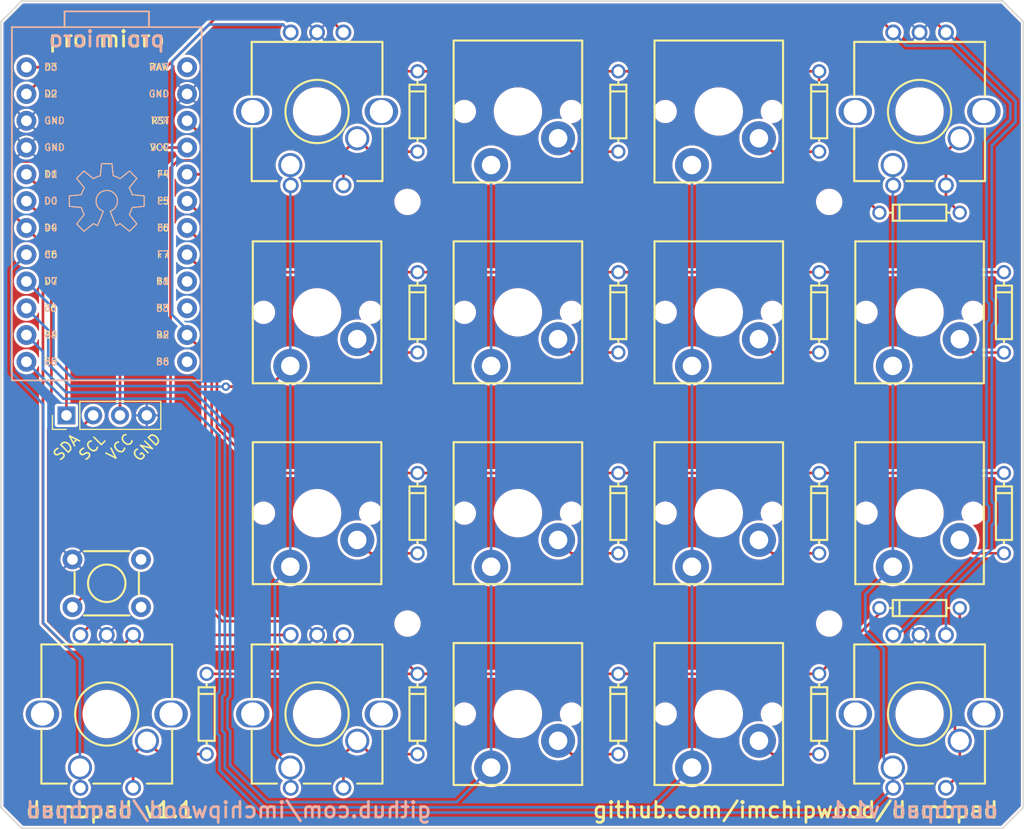
<source format=kicad_pcb>
(kicad_pcb (version 20210925) (generator pcbnew)
  (layers (0 "F.Cu" signal) (31 "B.Cu" signal) (34 "B.Paste" user) (35 "F.Paste" user) (36 "B.SilkS" user "B.Silkscreen") (37 "F.SilkS" user "F.Silkscreen") (38 "B.Mask" user) (39 "F.Mask" user) (44 "Edge.Cuts" user))
  (net 0 "")
  (net 1 "VCC")
  (net 2 "GND")
  (net 3 "ROW3")
  (net 4 "ROW2")
  (net 5 "ROW1")
  (net 6 "ROW0")
  (net 7 "RESET")
  (net 8 "RAW")
  (net 9 "N$9")
  (net 10 "N$8")
  (net 11 "N$7")
  (net 12 "N$6")
  (net 13 "N$4")
  (net 14 "N$3")
  (net 15 "N$20")
  (net 16 "N$2")
  (net 17 "N$19")
  (net 18 "N$18")
  (net 19 "N$17")
  (net 20 "N$16")
  (net 21 "N$14")
  (net 22 "N$13")
  (net 23 "N$12")
  (net 24 "N$11")
  (net 25 "N$1")
  (net 26 "LED2")
  (net 27 "LED1")
  (net 28 "LED0")
  (net 29 "ENCODER1_L1")
  (net 30 "ENCODER1_L0")
  (net 31 "ENCODER0_L1")
  (net 32 "ENCODER0_L0")
  (net 33 "COL4")
  (net 34 "COL3")
  (net 35 "COL2")
  (net 36 "COL1")
  (net 37 "COL0")
  (net 38 "SDA")
  (net 39 "SCL")
  (footprint "dumbpad:CHERRY-MX-LED" (layer "F.Cu") (at 149.0511 76.2536 180)
    (fp_text reference "S2" hide)
    (fp_text value "MOMENTARY-SWITCH-SPST-LED-PTH-CHERRY" hide)
  )
  (footprint "dumbpad:CHERRY-MX-LED" (layer "F.Cu") (at 149.0511 133.4036 180)
    (fp_text reference "S14" hide)
    (fp_text value "MOMENTARY-SWITCH-SPST-LED-PTH-CHERRY" hide)
  )
  (footprint "dumbpad:CHERRY-MX-LED" (layer "F.Cu") (at 168.1011 114.3536 180)
    (fp_text reference "S11" hide)
    (fp_text value "MOMENTARY-SWITCH-SPST-LED-PTH-CHERRY" hide)
  )
  (footprint "dumbpad:DO-1N4148" (layer "F.Cu") (at 139.5261 133.4036 90)
    (fp_text reference "D13" hide)
    (fp_text value "" hide)
  )
  (footprint "dumbpad:CHERRY-MX-LED" (layer "F.Cu") (at 149.0511 114.3536 180)
    (fp_text reference "S10" hide)
    (fp_text value "MOMENTARY-SWITCH-SPST-LED-PTH-CHERRY" hide)
  )
  (footprint "dumbpad:DO-1N4148" (layer "F.Cu") (at 177.6261 95.3036 90)
    (fp_text reference "D7" hide)
    (fp_text value "" hide)
  )
  (footprint "dumbpad:SPARKFUN_PRO_MICRO" (layer "F.Cu") (at 110.0511 84.7536)
    (fp_text reference "B1" hide)
    (fp_text value "SPARKFUN_PRO_MICRO" hide)
  )
  (footprint "dumbpad:DO-1N4148" (layer "F.Cu") (at 195.1511 95.3036 90)
    (fp_text reference "D8" hide)
    (fp_text value "" hide)
  )
  (footprint "dumbpad:CHERRY-MX-ENCODER" (layer "F.Cu") (at 187.1511 133.4036)
    (fp_text reference "RE_3_4" hide)
    (fp_text value "Val**" hide)
  )
  (footprint "dumbpad:DO-1N4148" (layer "F.Cu") (at 158.5761 95.3036 90)
    (fp_text reference "D6" hide)
    (fp_text value "" hide)
  )
  (footprint "dumbpad:CHERRY-MX-ENCODER" (layer "F.Cu") (at 187.1511 76.2536)
    (fp_text reference "RE_0_4" hide)
    (fp_text value "Val**" hide)
  )
  (footprint "dumbpad:CHERRY-MX-LED" (layer "F.Cu") (at 168.1011 133.4036 180)
    (fp_text reference "S15" hide)
    (fp_text value "MOMENTARY-SWITCH-SPST-LED-PTH-CHERRY" hide)
  )
  (footprint "Connector_PinHeader_2.54mm:PinHeader_1x04_P2.54mm_Vertical" (layer "F.Cu") (at 106.226699 105.078699 90)
    (fp_text reference "JOLED1" hide)
    (fp_text value "Conn_01x04")
  )
  (footprint "dumbpad:DO-1N4148" (layer "F.Cu") (at 158.5761 114.3536 90)
    (fp_text reference "D10" hide)
    (fp_text value "" hide)
  )
  (footprint "" (layer "F.Cu") (at 138.5761 84.8286)
    (fp_text reference "@HOLE0" hide)
    (fp_text value "")
  )
  (footprint "dumbpad:DO-1N4148" (layer "F.Cu") (at 177.6261 133.4036 90)
    (fp_text reference "D15" hide)
    (fp_text value "" hide)
  )
  (footprint "dumbpad:CHERRY-MX-ENCODER" (layer "F.Cu") (at 130.0011 133.4036)
    (fp_text reference "RE_3_1" hide)
    (fp_text value "Val**" hide)
  )
  (footprint "dumbpad:OSHW-LOGO-L" (layer "F.Cu") (at 110.0511 84.7536)
    (fp_text reference "LOGO2" hide)
    (fp_text value "OSHW-LOGOL" hide)
  )
  (footprint "dumbpad:DO-1N4148" (layer "F.Cu") (at 158.5761 76.2536 90)
    (fp_text reference "D2" hide)
    (fp_text value "" hide)
  )
  (footprint "" (layer "F.Cu") (at 178.5761 124.8286)
    (fp_text reference "@HOLE2" hide)
    (fp_text value "")
  )
  (footprint "dumbpad:CHERRY-MX-LED" (layer "F.Cu") (at 130.0011 95.3036 180)
    (fp_text reference "S5" hide)
    (fp_text value "MOMENTARY-SWITCH-SPST-LED-PTH-CHERRY" hide)
  )
  (footprint "dumbpad:TACTILE_SWITCH_PTH_6.0MM" (layer "F.Cu") (at 110.0511 121.0036)
    (fp_text reference "S17" hide)
    (fp_text value "MOMENTARY-SWITCH-SPST-PTH-6.0MM" hide)
  )
  (footprint "dumbpad:CHERRY-MX-LED" (layer "F.Cu") (at 187.1511 95.3036 180)
    (fp_text reference "S8" hide)
    (fp_text value "MOMENTARY-SWITCH-SPST-LED-PTH-CHERRY" hide)
  )
  (footprint "dumbpad:DO-1N4148" (layer "F.Cu") (at 139.5261 114.3536 90)
    (fp_text reference "D9" hide)
    (fp_text value "" hide)
  )
  (footprint "dumbpad:DO-1N4148" (layer "F.Cu") (at 139.5261 95.3036 90)
    (fp_text reference "D5" hide)
    (fp_text value "" hide)
  )
  (footprint "dumbpad:CHERRY-MX-LED" (layer "F.Cu") (at 130.0011 114.3536 180)
    (fp_text reference "S9" hide)
    (fp_text value "MOMENTARY-SWITCH-SPST-LED-PTH-CHERRY" hide)
  )
  (footprint "dumbpad:CHERRY-MX-LED" (layer "F.Cu") (at 149.0511 95.3036 180)
    (fp_text reference "S6" hide)
    (fp_text value "MOMENTARY-SWITCH-SPST-LED-PTH-CHERRY" hide)
  )
  (footprint "dumbpad:DO-1N4148" (layer "F.Cu") (at 187.1511 85.8536 180)
    (fp_text reference "D4" hide)
    (fp_text value "" hide)
  )
  (footprint "dumbpad:CHERRY-MX-LED" (layer "F.Cu") (at 168.1011 76.2536 180)
    (fp_text reference "S3" hide)
    (fp_text value "MOMENTARY-SWITCH-SPST-LED-PTH-CHERRY" hide)
  )
  (footprint "dumbpad:DO-1N4148" (layer "F.Cu") (at 187.1511 123.3536 180)
    (fp_text reference "D16" hide)
    (fp_text value "" hide)
  )
  (footprint "dumbpad:DO-1N4148" (layer "F.Cu") (at 139.5261 76.2536 90)
    (fp_text reference "D1" hide)
    (fp_text value "" hide)
  )
  (footprint "" (layer "F.Cu") (at 178.5761 84.8286)
    (fp_text reference "@HOLE3" hide)
    (fp_text value "")
  )
  (footprint "dumbpad:DO-1N4148" (layer "F.Cu") (at 195.1511 114.3536 90)
    (fp_text reference "D12" hide)
    (fp_text value "" hide)
  )
  (footprint "dumbpad:CHERRY-MX-ENCODER" (layer "F.Cu") (at 110.0511 133.4036)
    (fp_text reference "RE_3_0" hide)
    (fp_text value "Val**" hide)
  )
  (footprint "dumbpad:DO-1N4148" (layer "F.Cu") (at 119.5261 133.4036 90)
    (fp_text reference "D20" hide)
    (fp_text value "" hide)
  )
  (footprint "dumbpad:CHERRY-MX-LED" (layer "F.Cu") (at 187.1511 114.3536 180)
    (fp_text reference "S12" hide)
    (fp_text value "MOMENTARY-SWITCH-SPST-LED-PTH-CHERRY" hide)
  )
  (footprint "dumbpad:DO-1N4148" (layer "F.Cu") (at 158.5761 133.4036 90)
    (fp_text reference "D14" hide)
    (fp_text value "" hide)
  )
  (footprint "dumbpad:DO-1N4148" (layer "F.Cu") (at 177.6261 114.3536 90)
    (fp_text reference "D11" hide)
    (fp_text value "" hide)
  )
  (footprint "dumbpad:CHERRY-MX-ENCODER" (layer "F.Cu") (at 130.0011 76.2536)
    (fp_text reference "RE_0_1" hide)
    (fp_text value "Val**" hide)
  )
  (footprint "" (layer "F.Cu") (at 138.5761 124.8286)
    (fp_text reference "@HOLE1" hide)
    (fp_text value "")
  )
  (footprint "dumbpad:CHERRY-MX-LED" (layer "F.Cu") (at 168.1011 95.3036 180)
    (fp_text reference "S7" hide)
    (fp_text value "MOMENTARY-SWITCH-SPST-LED-PTH-CHERRY" hide)
  )
  (footprint "dumbpad:DO-1N4148" (layer "F.Cu") (at 177.6261 76.2536 90)
    (fp_text reference "D3" hide)
    (fp_text value "" hide)
  )
  (footprint "dumbpad:OSHW-LOGO-L" (layer "B.Cu") (at 110.0511 84.7536 180)
    (fp_text reference "LOGO1" hide)
    (fp_text value "OSHW-LOGOL" hide)
  )
  (gr_line (start 101.0511 101.7536) (end 101.0511 68.2536) (layer "B.SilkS") (width 0.1524))
  (gr_line (start 119.0511 68.2536) (end 119.0511 101.7536) (layer "B.SilkS") (width 0.1524))
  (gr_line (start 106.0511 66.7536) (end 114.0511 66.7536) (layer "B.SilkS") (width 0.1524))
  (gr_line (start 114.0511 68.2536) (end 119.0511 68.2536) (layer "B.SilkS") (width 0.1524))
  (gr_line (start 106.0511 68.2536) (end 114.0511 68.2536) (layer "B.SilkS") (width 0.1524))
  (gr_line (start 119.0511 101.7536) (end 101.0511 101.7536) (layer "B.SilkS") (width 0.1524))
  (gr_line (start 106.0511 68.2536) (end 106.0511 66.7536) (layer "B.SilkS") (width 0.1524))
  (gr_line (start 114.0511 66.7536) (end 114.0511 68.2536) (layer "B.SilkS") (width 0.1524))
  (gr_line (start 101.0511 68.2536) (end 106.0511 68.2536) (layer "B.SilkS") (width 0.1524))
  (gr_line (start 119.0511 101.7536) (end 101.0511 101.7536) (layer "F.SilkS") (width 0.1524))
  (gr_line (start 101.0511 101.7536) (end 101.0511 68.2536) (layer "F.SilkS") (width 0.1524))
  (gr_line (start 106.0511 68.2536) (end 106.0511 66.7536) (layer "F.SilkS") (width 0.1524))
  (gr_line (start 119.0511 68.2536) (end 119.0511 101.7536) (layer "F.SilkS") (width 0.1524))
  (gr_line (start 106.0511 68.2536) (end 114.0511 68.2536) (layer "F.SilkS") (width 0.1524))
  (gr_line (start 114.0511 66.7536) (end 114.0511 68.2536) (layer "F.SilkS") (width 0.1524))
  (gr_line (start 106.0511 66.7536) (end 114.0511 66.7536) (layer "F.SilkS") (width 0.1524))
  (gr_line (start 114.0511 68.2536) (end 119.0511 68.2536) (layer "F.SilkS") (width 0.1524))
  (gr_line (start 101.0511 68.2536) (end 106.0511 68.2536) (layer "F.SilkS") (width 0.1524))
  (gr_line (start 102.0011 65.7536) (end 100.0011 67.7536) (layer "Edge.Cuts") (width 0.1524))
  (gr_line (start 100.0011 142.2536) (end 102.0011 144.2536) (layer "Edge.Cuts") (width 0.1524))
  (gr_line (start 197.0011 67.7536) (end 195.0011 65.7536) (layer "Edge.Cuts") (width 0.1524))
  (gr_line (start 195.0011 144.2536) (end 197.0011 142.2536) (layer "Edge.Cuts") (width 0.1524))
  (gr_line (start 197.0011 142.2536) (end 197.0011 67.7536) (layer "Edge.Cuts") (width 0.1524))
  (gr_line (start 102.0011 144.2536) (end 195.0011 144.2536) (layer "Edge.Cuts") (width 0.1524))
  (gr_line (start 195.0011 65.7536) (end 102.0011 65.7536) (layer "Edge.Cuts") (width 0.1524))
  (gr_line (start 100.0011 67.7536) (end 100.0011 142.2536) (layer "Edge.Cuts") (width 0.1524))
  (gr_text "B6" (at 116.0511 99.9836) (layer "B.SilkS") (effects (font (size 0.6375 0.6375) (thickness 0.1125)) (justify left mirror)))
  (gr_text "F7" (at 116.0511 89.8236) (layer "B.SilkS") (effects (font (size 0.6375 0.6375) (thickness 0.1125)) (justify left mirror)))
  (gr_text "pro micro" (at 110.0511 70.2536) (layer "B.SilkS") (effects (font (size 1.4875 1.4875) (thickness 0.2625)) (justify bottom mirror)))
  (gr_text "RST" (at 116.0511 77.1236) (layer "B.SilkS") (effects (font (size 0.6375 0.6375) (thickness 0.1125)) (justify left mirror)))
  (gr_text "F6" (at 116.0511 87.2836) (layer "B.SilkS") (effects (font (size 0.6375 0.6375) (thickness 0.1125)) (justify left mirror)))
  (gr_text "F4" (at 116.0511 82.2036) (layer "B.SilkS") (effects (font (size 0.6375 0.6375) (thickness 0.1125)) (justify left mirror)))
  (gr_text "GND" (at 116.0511 74.5836) (layer "B.SilkS") (effects (font (size 0.6375 0.6375) (thickness 0.1125)) (justify left mirror)))
  (gr_text "B3" (at 116.0511 94.9036) (layer "B.SilkS") (effects (font (size 0.6375 0.6375) (thickness 0.1125)) (justify left mirror)))
  (gr_text "B5" (at 104.0511 99.9836) (layer "B.SilkS") (effects (font (size 0.6375 0.6375) (thickness 0.1125)) (justify right mirror)))
  (gr_text "B4" (at 104.0511 97.4436) (layer "B.SilkS") (effects (font (size 0.6375 0.6375) (thickness 0.1125)) (justify right mirror)))
  (gr_text "D4" (at 104.0511 87.2836) (layer "B.SilkS") (effects (font (size 0.6375 0.6375) (thickness 0.1125)) (justify right mirror)))
  (gr_text "F5" (at 116.0511 84.7436) (layer "B.SilkS") (effects (font (size 0.6375 0.6375) (thickness 0.1125)) (justify left mirror)))
  (gr_text "RAW" (at 116.0511 72.0436) (layer "B.SilkS") (effects (font (size 0.6375 0.6375) (thickness 0.1125)) (justify left mirror)))
  (gr_text "D7" (at 104.0511 92.3636) (layer "B.SilkS") (effects (font (size 0.6375 0.6375) (thickness 0.1125)) (justify right mirror)))
  (gr_text "D1" (at 104.0511 82.2036) (layer "B.SilkS") (effects (font (size 0.6375 0.6375) (thickness 0.1125)) (justify right mirror)))
  (gr_text "VCC" (at 116.0511 79.6636) (layer "B.SilkS") (effects (font (size 0.6375 0.6375) (thickness 0.1125)) (justify left mirror)))
  (gr_text "C6" (at 104.0511 89.8236) (layer "B.SilkS") (effects (font (size 0.6375 0.6375) (thickness 0.1125)) (justify right mirror)))
  (gr_text "GND" (at 104.0511 79.6636) (layer "B.SilkS") (effects (font (size 0.6375 0.6375) (thickness 0.1125)) (justify right mirror)))
  (gr_text "B1" (at 116.0511 92.3636) (layer "B.SilkS") (effects (font (size 0.6375 0.6375) (thickness 0.1125)) (justify left mirror)))
  (gr_text "D2" (at 104.0511 74.5836) (layer "B.SilkS") (effects (font (size 0.6375 0.6375) (thickness 0.1125)) (justify right mirror)))
  (gr_text "D0" (at 104.0511 84.7436) (layer "B.SilkS") (effects (font (size 0.6375 0.6375) (thickness 0.1125)) (justify right mirror)))
  (gr_text "B2" (at 116.0511 97.4436) (layer "B.SilkS") (effects (font (size 0.6375 0.6375) (thickness 0.1125)) (justify left mirror)))
  (gr_text "dumbpad v1.1" (at 194.7511 143.3786) (layer "B.SilkS") (effects (font (size 1.4875 1.4875) (thickness 0.2625)) (justify left bottom mirror)))
  (gr_text "GND" (at 104.0511 77.1236) (layer "B.SilkS") (effects (font (size 0.6375 0.6375) (thickness 0.1125)) (justify right mirror)))
  (gr_text "D3" (at 104.0511 72.0436) (layer "B.SilkS") (effects (font (size 0.6375 0.6375) (thickness 0.1125)) (justify right mirror)))
  (gr_text "github.com/imchipwood/dumbpad" (at 102.2511 143.3786) (layer "B.SilkS") (effects (font (size 1.4875 1.4875) (thickness 0.2625)) (justify right bottom mirror)))
  (gr_text "E6" (at 104.0511 94.9036) (layer "B.SilkS") (effects (font (size 0.6375 0.6375) (thickness 0.1125)) (justify right mirror)))
  (gr_text "VCC" (at 116.0511 79.6636) (layer "F.SilkS") (effects (font (size 0.6375 0.6375) (thickness 0.1125)) (justify right)))
  (gr_text "B4" (at 104.0511 97.4436) (layer "F.SilkS") (effects (font (size 0.6375 0.6375) (thickness 0.1125)) (justify left)))
  (gr_text "D7" (at 104.0511 92.3636) (layer "F.SilkS") (effects (font (size 0.6375 0.6375) (thickness 0.1125)) (justify left)))
  (gr_text "github.com/imchipwood/dumbpad" (at 194.7511 143.3786) (layer "F.SilkS") (effects (font (size 1.4875 1.4875) (thickness 0.2625)) (justify right bottom)))
  (gr_text "F4" (at 116.0511 82.2036) (layer "F.SilkS") (effects (font (size 0.6375 0.6375) (thickness 0.1125)) (justify right)))
  (gr_text "GND" (at 104.0511 79.6636) (layer "F.SilkS") (effects (font (size 0.6375 0.6375) (thickness 0.1125)) (justify left)))
  (gr_text "B5" (at 104.0511 99.9836) (layer "F.SilkS") (effects (font (size 0.6375 0.6375) (thickness 0.1125)) (justify left)))
  (gr_text "F6" (at 116.0511 87.2836) (layer "F.SilkS") (effects (font (size 0.6375 0.6375) (thickness 0.1125)) (justify right)))
  (gr_text "B3" (at 116.0511 94.9036) (layer "F.SilkS") (effects (font (size 0.6375 0.6375) (thickness 0.1125)) (justify right)))
  (gr_text "B2" (at 116.0511 97.4436) (layer "F.SilkS") (effects (font (size 0.6375 0.6375) (thickness 0.1125)) (justify right)))
  (gr_text "GND" (at 116.0511 74.5836) (layer "F.SilkS") (effects (font (size 0.6375 0.6375) (thickness 0.1125)) (justify right)))
  (gr_text "GND" (at 104.0511 77.1236) (layer "F.SilkS") (effects (font (size 0.6375 0.6375) (thickness 0.1125)) (justify left)))
  (gr_text "D4" (at 104.0511 87.2836) (layer "F.SilkS") (effects (font (size 0.6375 0.6375) (thickness 0.1125)) (justify left)))
  (gr_text "pro micro" (at 110.0511 70.2536) (layer "F.SilkS") (effects (font (size 1.4875 1.4875) (thickness 0.2625)) (justify bottom)))
  (gr_text "RAW" (at 116.0511 72.0436) (layer "F.SilkS") (effects (font (size 0.6375 0.6375) (thickness 0.1125)) (justify right)))
  (gr_text "E6" (at 104.0511 94.9036) (layer "F.SilkS") (effects (font (size 0.6375 0.6375) (thickness 0.1125)) (justify left)))
  (gr_text "VCC" (at 111.306699 108.1 45) (layer "F.SilkS") (effects (font (size 1 1))))
  (gr_text "D0" (at 104.0511 84.7436) (layer "F.SilkS") (effects (font (size 0.6375 0.6375) (thickness 0.1125)) (justify left)))
  (gr_text "GND" (at 113.846699 108.1 45) (layer "F.SilkS") (effects (font (size 1 1))))
  (gr_text "SDA" (at 106.226699 108.1 45) (layer "F.SilkS") (effects (font (size 1 1))))
  (gr_text "C6" (at 104.0511 89.8236) (layer "F.SilkS") (effects (font (size 0.6375 0.6375) (thickness 0.1125)) (justify left)))
  (gr_text "B6" (at 116.0511 99.9836) (layer "F.SilkS") (effects (font (size 0.6375 0.6375) (thickness 0.1125)) (justify right)))
  (gr_text "D2" (at 104.0511 74.5836) (layer "F.SilkS") (effects (font (size 0.6375 0.6375) (thickness 0.1125)) (justify left)))
  (gr_text "F7" (at 116.0511 89.8236) (layer "F.SilkS") (effects (font (size 0.6375 0.6375) (thickness 0.1125)) (justify right)))
  (gr_text "B1" (at 116.0511 92.3636) (layer "F.SilkS") (effects (font (size 0.6375 0.6375) (thickness 0.1125)) (justify right)))
  (gr_text "F5" (at 116.0511 84.7436) (layer "F.SilkS") (effects (font (size 0.6375 0.6375) (thickness 0.1125)) (justify right)))
  (gr_text "dumbpad v1.1" (at 102.2511 143.3786) (layer "F.SilkS") (effects (font (size 1.4875 1.4875) (thickness 0.2625)) (justify left bottom)))
  (gr_text "D3" (at 104.0511 72.0436) (layer "F.SilkS") (effects (font (size 0.6375 0.6375) (thickness 0.1125)) (justify left)))
  (gr_text "D1" (at 104.0511 82.2036) (layer "F.SilkS") (effects (font (size 0.6375 0.6375) (thickness 0.1125)) (justify left)))
  (gr_text "SCL" (at 108.639699 108.1 45) (layer "F.SilkS") (effects (font (size 1 1))))
  (gr_text "RST" (at 116.0511 77.1236) (layer "F.SilkS") (effects (font (size 0.6375 0.6375) (thickness 0.1125)) (justify right)))
  (segment (start 111.306699 83.193301) (end 114.8264 79.6736) (width 0.25) (layer "F.Cu") (net 1))
  (segment (start 114.8264 79.6736) (end 117.6711 79.6736) (width 0.25) (layer "F.Cu") (net 1))
  (segment (start 111.306699 105.078699) (end 111.306699 83.193301) (width 0.25) (layer "F.Cu") (net 1))
  (segment (start 121 124.6) (end 134.5325 124.6) (width 0.25) (layer "F.Cu") (net 3))
  (segment (start 139.5261 129.5936) (end 119.5261 129.5936) (width 0.25) (layer "F.Cu") (net 3))
  (segment (start 117.6711 89.8336) (end 120.0011 92.1636) (width 0.25) (layer "F.Cu") (net 3))
  (segment (start 120.0011 123.6011) (end 121 124.6) (width 0.25) (layer "F.Cu") (net 3))
  (segment (start 177.6261 129.5936) (end 158.5761 129.5936) (width 0.25) (layer "F.Cu") (net 3))
  (segment (start 139.5261 129.5936) (end 158.5761 129.5936) (width 0.25) (layer "F.Cu") (net 3))
  (segment (start 134.5325 124.6) (end 139.5261 129.5936) (width 0.25) (layer "F.Cu") (net 3))
  (segment (start 183.3411 123.3536) (end 183.3411 123.8786) (width 0.25) (layer "F.Cu") (net 3))
  (segment (start 183.3411 123.8786) (end 177.6261 129.5936) (width 0.25) (layer "F.Cu") (net 3))
  (segment (start 120.0011 92.1636) (end 120.0011 123.6011) (width 0.25) (layer "F.Cu") (net 3))
  (segment (start 124.7911 110.5436) (end 120.5011 106.2536) (width 0.25) (layer "F.Cu") (net 4))
  (segment (start 120.5011 106.2536) (end 120.5011 90.1236) (width 0.25) (layer "F.Cu") (net 4))
  (segment (start 195.1511 110.5436) (end 177.6261 110.5436) (width 0.25) (layer "F.Cu") (net 4))
  (segment (start 120.5011 90.1236) (end 117.6711 87.2936) (width 0.25) (layer "F.Cu") (net 4))
  (segment (start 139.5261 110.5436) (end 124.7911 110.5436) (width 0.25) (layer "F.Cu") (net 4))
  (segment (start 158.5761 110.5436) (end 139.5261 110.5436) (width 0.25) (layer "F.Cu") (net 4))
  (segment (start 177.6261 110.5436) (end 158.5761 110.5436) (width 0.25) (layer "F.Cu") (net 4))
  (segment (start 139.5261 91.4936) (end 124.4111 91.4936) (width 0.25) (layer "F.Cu") (net 5))
  (segment (start 195.1511 91.4936) (end 177.6261 91.4936) (width 0.25) (layer "F.Cu") (net 5))
  (segment (start 124.4111 91.4936) (end 117.6711 84.7536) (width 0.25) (layer "F.Cu") (net 5))
  (segment (start 177.6261 91.4936) (end 158.5761 91.4936) (width 0.25) (layer "F.Cu") (net 5))
  (segment (start 158.5761 91.4936) (end 139.5261 91.4936) (width 0.25) (layer "F.Cu") (net 5))
  (segment (start 118.9864 82.2136) (end 119.6 81.6) (width 0.25) (layer "F.Cu") (net 6))
  (segment (start 177.6261 77.1286) (end 179.2511 78.7536) (width 0.25) (layer "F.Cu") (net 6))
  (segment (start 119.6 81.6) (end 119.6 75.9047) (width 0.25) (layer "F.Cu") (net 6))
  (segment (start 117.6711 82.2136) (end 118.9864 82.2136) (width 0.25) (layer "F.Cu") (net 6))
  (segment (start 183.3411 85.8536) (end 179.2511 81.7636) (width 0.25) (layer "F.Cu") (net 6))
  (segment (start 179.2511 78.7536) (end 179.2511 81.7636) (width 0.25) (layer "F.Cu") (net 6))
  (segment (start 119.6 75.9047) (end 123.0611 72.4436) (width 0.25) (layer "F.Cu") (net 6))
  (segment (start 158.5761 72.4436) (end 139.5261 72.4436) (width 0.25) (layer "F.Cu") (net 6))
  (segment (start 177.6261 72.4436) (end 158.5761 72.4436) (width 0.25) (layer "F.Cu") (net 6))
  (segment (start 123.0611 72.4436) (end 139.5261 72.4436) (width 0.25) (layer "F.Cu") (net 6))
  (segment (start 177.6261 72.4436) (end 177.6261 77.1286) (width 0.25) (layer "F.Cu") (net 6))
  (segment (start 118.4 80.9) (end 119 80.3) (width 0.25) (layer "F.Cu") (net 7))
  (segment (start 108.9 121.1641) (end 108.9 117.5) (width 0.25) (layer "F.Cu") (net 7))
  (segment (start 119 80.3) (end 119 78.4625) (width 0.25) (layer "F.Cu") (net 7))
  (segment (start 116.1 110.3) (end 116.1 81.6) (width 0.25) (layer "F.Cu") (net 7))
  (segment (start 116.8 80.9) (end 118.4 80.9) (width 0.25) (layer "F.Cu") (net 7))
  (segment (start 119 78.4625) (end 117.6711 77.1336) (width 0.25) (layer "F.Cu") (net 7))
  (segment (start 108.9 117.5) (end 116.1 110.3) (width 0.25) (layer "F.Cu") (net 7))
  (segment (start 116.1 81.6) (end 116.8 80.9) (width 0.25) (layer "F.Cu") (net 7))
  (segment (start 106.7999 123.2642) (end 108.9 121.1641) (width 0.25) (layer "F.Cu") (net 7))
  (segment (start 135.0811 99.1136) (end 139.5261 99.1136) (width 0.25) (layer "F.Cu") (net 9))
  (segment (start 133.8111 97.8436) (end 135.0811 99.1136) (width 0.25) (layer "F.Cu") (net 9))
  (segment (start 152.8611 97.8436) (end 154.1311 99.1136) (width 0.25) (layer "F.Cu") (net 10))
  (segment (start 154.1311 99.1136) (end 158.5761 99.1136) (width 0.25) (layer "F.Cu") (net 10))
  (segment (start 173.1811 99.1136) (end 177.6261 99.1136) (width 0.25) (layer "F.Cu") (net 11))
  (segment (start 171.9111 97.8436) (end 173.1811 99.1136) (width 0.25) (layer "F.Cu") (net 11))
  (segment (start 192.2311 99.1136) (end 195.1511 99.1136) (width 0.25) (layer "F.Cu") (net 12))
  (segment (start 190.9611 97.8436) (end 192.2311 99.1136) (width 0.25) (layer "F.Cu") (net 12))
  (segment (start 139.5261 80.0636) (end 135.0811 80.0636) (width 0.25) (layer "F.Cu") (net 13))
  (segment (start 133.8111 78.7936) (end 132.5011 80.1036) (width 0.25) (layer "F.Cu") (net 13))
  (segment (start 132.5011 80.1036) (end 132.5011 83.2536) (width 0.25) (layer "F.Cu") (net 13))
  (segment (start 135.0811 80.0636) (end 133.8111 78.7936) (width 0.25) (layer "F.Cu") (net 13))
  (segment (start 152.8611 78.7936) (end 154.1311 80.0636) (width 0.25) (layer "F.Cu") (net 14))
  (segment (start 154.1311 80.0636) (end 158.5761 80.0636) (width 0.25) (layer "F.Cu") (net 14))
  (segment (start 113.8611 135.9436) (end 112.5511 137.2536) (width 0.25) (layer "F.Cu") (net 15))
  (segment (start 119.5261 137.2136) (end 115.1311 137.2136) (width 0.25) (layer "F.Cu") (net 15))
  (segment (start 112.5511 137.2536) (end 112.5511 140.4036) (width 0.25) (layer "F.Cu") (net 15))
  (segment (start 115.1311 137.2136) (end 113.8611 135.9436) (width 0.25) (layer "F.Cu") (net 15))
  (segment (start 171.9111 78.7936) (end 173.1811 80.0636) (width 0.25) (layer "F.Cu") (net 16))
  (segment (start 173.1811 80.0636) (end 177.6261 80.0636) (width 0.25) (layer "F.Cu") (net 16))
  (segment (start 133.8111 116.8936) (end 135.0811 118.1636) (width 0.25) (layer "F.Cu") (net 17))
  (segment (start 135.0811 118.1636) (end 139.5261 118.1636) (width 0.25) (layer "F.Cu") (net 17))
  (segment (start 152.8611 116.8936) (end 154.1311 118.1636) (width 0.25) (layer "F.Cu") (net 18))
  (segment (start 154.1311 118.1636) (end 158.5761 118.1636) (width 0.25) (layer "F.Cu") (net 18))
  (segment (start 173.1811 118.1636) (end 177.6261 118.1636) (width 0.25) (layer "F.Cu") (net 19))
  (segment (start 171.9111 116.8936) (end 173.1811 118.1636) (width 0.25) (layer "F.Cu") (net 19))
  (segment (start 192.2311 118.1636) (end 195.1511 118.1636) (width 0.25) (layer "F.Cu") (net 20))
  (segment (start 190.9611 116.8936) (end 192.2311 118.1636) (width 0.25) (layer "F.Cu") (net 20))
  (segment (start 135.0811 137.2136) (end 133.8111 135.9436) (width 0.25) (layer "F.Cu") (net 21))
  (segment (start 133.8111 135.9436) (end 132.5011 137.2536) (width 0.25) (layer "F.Cu") (net 21))
  (segment (start 132.5011 137.2536) (end 132.5011 140.4036) (width 0.25) (layer "F.Cu") (net 21))
  (segment (start 139.5261 137.2136) (end 135.0811 137.2136) (width 0.25) (layer "F.Cu") (net 21))
  (segment (start 154.1311 137.2136) (end 158.5761 137.2136) (width 0.25) (layer "F.Cu") (net 22))
  (segment (start 152.8611 135.9436) (end 154.1311 137.2136) (width 0.25) (layer "F.Cu") (net 22))
  (segment (start 173.1811 137.2136) (end 177.6261 137.2136) (width 0.25) (layer "F.Cu") (net 23))
  (segment (start 171.9111 135.9436) (end 173.1811 137.2136) (width 0.25) (layer "F.Cu") (net 23))
  (segment (start 190.9611 127.2936) (end 190.5011 127.7536) (width 0.25) (layer "F.Cu") (net 24))
  (segment (start 190.9611 135.9436) (end 190.9611 139.0936) (width 0.25) (layer "F.Cu") (net 24))
  (segment (start 190.9611 139.0936) (end 189.6511 140.4036) (width 0.25) (layer "F.Cu") (net 24))
  (segment (start 190.9611 123.3536) (end 190.9611 127.2936) (width 0.25) (layer "F.Cu") (net 24))
  (segment (start 190.5011 127.7536) (end 190.5011 135.4836) (width 0.25) (layer "F.Cu") (net 24))
  (segment (start 190.5011 135.4836) (end 190.9611 135.9436) (width 0.25) (layer "F.Cu") (net 24))
  (segment (start 190.9611 85.8536) (end 189.6511 84.5436) (width 0.25) (layer "F.Cu") (net 25))
  (segment (start 189.6511 84.5436) (end 189.6511 83.2536) (width 0.25) (layer "F.Cu") (net 25))
  (segment (start 189.6511 80.1036) (end 190.9611 78.7936) (width 0.25) (layer "F.Cu") (net 25))
  (segment (start 189.6511 83.2536) (end 189.6511 80.1036) (width 0.25) (layer "F.Cu") (net 25))
  (segment (start 187.4011 66.5036) (end 119.2964 66.5036) (width 0.25) (layer "F.Cu") (net 29))
  (segment (start 113.7464 72.0536) (end 102.4311 72.0536) (width 0.25) (layer "F.Cu") (net 29))
  (segment (start 189.6511 68.7536) (end 187.4011 66.5036) (width 0.25) (layer "F.Cu") (net 29))
  (segment (start 119.2964 66.5036) (end 113.7464 72.0536) (width 0.25) (layer "F.Cu") (net 29))
  (segment (start 196.2511 75.2536) (end 189.7511 68.7536) (width 0.25) (layer "B.Cu") (net 29))
  (segment (start 194.2511 113.5036) (end 194.2511 115.2536) (width 0.25) (layer "B.Cu") (net 29))
  (segment (start 194.2511 94.2536) (end 194.2511 96.2536) (width 0.25) (layer "B.Cu") (net 29))
  (segment (start 194.0011 117.7536) (end 189.6511 122.1036) (width 0.25) (layer "B.Cu") (net 29))
  (segment (start 196.2511 77.2536) (end 196.2511 75.2536) (width 0.25) (layer "B.Cu") (net 29))
  (segment (start 194.2511 115.2536) (end 194.0011 115.5036) (width 0.25) (layer "B.Cu") (net 29))
  (segment (start 194.0011 94.0036) (end 194.2511 94.2536) (width 0.25) (layer "B.Cu") (net 29))
  (segment (start 194.0011 115.5036) (end 194.0011 117.7536) (width 0.25) (layer "B.Cu") (net 29))
  (segment (start 194.0011 79.5036) (end 194.0011 94.0036) (width 0.25) (layer "B.Cu") (net 29))
  (segment (start 194.0011 113.2536) (end 194.2511 113.5036) (width 0.25) (layer "B.Cu") (net 29))
  (segment (start 189.6511 125.9036) (end 189.6511 122.1036) (width 0.25) (layer "B.Cu") (net 29))
  (segment (start 194.2511 96.2536) (end 194.0011 96.5036) (width 0.25) (layer "B.Cu") (net 29))
  (segment (start 194.0011 96.5036) (end 194.0011 113.2536) (width 0.25) (layer "B.Cu") (net 29))
  (segment (start 189.7511 68.7536) (end 189.6511 68.7536) (width 0.25) (layer "B.Cu") (net 29))
  (segment (start 196.2511 77.2536) (end 194.0011 79.5036) (width 0.25) (layer "B.Cu") (net 29))
  (segment (start 104.2247 72.8) (end 114 72.8) (width 0.25) (layer "F.Cu") (net 30))
  (segment (start 119.7964 67.0036) (end 182.9011 67.0036) (width 0.25) (layer "F.Cu") (net 30))
  (segment (start 182.9011 67.0036) (end 184.6511 68.7536) (width 0.25) (layer "F.Cu") (net 30))
  (segment (start 114 72.8) (end 119.7964 67.0036) (width 0.25) (layer "F.Cu") (net 30))
  (segment (start 102.4311 74.5936) (end 104.2247 72.8) (width 0.25) (layer "F.Cu") (net 30))
  (segment (start 193.5011 94.2536) (end 193.5011 79.2536) (width 0.25) (layer "B.Cu") (net 30))
  (segment (start 195.7511 75.5036) (end 190.2511 70.0036) (width 0.25) (layer "B.Cu") (net 30))
  (segment (start 193.5011 117.5036) (end 193.5011 115.2536) (width 0.25) (layer "B.Cu") (net 30))
  (segment (start 184.6511 125.9036) (end 185.1011 125.9036) (width 0.25) (layer "B.Cu") (net 30))
  (segment (start 193.5011 79.2536) (end 195.7511 77.0036) (width 0.25) (layer "B.Cu") (net 30))
  (segment (start 193.7511 94.5036) (end 193.5011 94.2536) (width 0.25) (layer "B.Cu") (net 30))
  (segment (start 190.2511 70.0036) (end 185.9011 70.0036) (width 0.25) (layer "B.Cu") (net 30))
  (segment (start 193.5011 115.2536) (end 193.7511 115.0036) (width 0.25) (layer "B.Cu") (net 30))
  (segment (start 195.7511 77.0036) (end 195.7511 75.5036) (width 0.25) (layer "B.Cu") (net 30))
  (segment (start 193.5011 113.5036) (end 193.5011 96.2536) (width 0.25) (layer "B.Cu") (net 30))
  (segment (start 185.9011 70.0036) (end 184.6511 68.7536) (width 0.25) (layer "B.Cu") (net 30))
  (segment (start 193.7511 96.0036) (end 193.7511 94.5036) (width 0.25) (layer "B.Cu") (net 30))
  (segment (start 193.7511 113.7536) (end 193.5011 113.5036) (width 0.25) (layer "B.Cu") (net 30))
  (segment (start 193.7511 115.0036) (end 193.7511 113.7536) (width 0.25) (layer "B.Cu") (net 30))
  (segment (start 193.5011 96.2536) (end 193.7511 96.0036) (width 0.25) (layer "B.Cu") (net 30))
  (segment (start 193.5011 117.5036) (end 185.1011 125.9036) (width 0.25) (layer "B.Cu") (net 30))
  (segment (start 104.8 73.4) (end 103.9 74.3) (width 0.25) (layer "F.Cu") (net 31))
  (segment (start 104 88.8625) (end 104 124.8) (width 0.25) (layer "F.Cu") (net 31))
  (segment (start 104 124.8) (end 106.2 127) (width 0.25) (layer "F.Cu") (net 31))
  (segment (start 102.93819 81) (end 102.935079 80.996889) (width 0.25) (layer "F.Cu") (net 31))
  (segment (start 102.935079 80.996889) (end 101.927121 80.996889) (width 0.25) (layer "F.Cu") (net 31))
  (segment (start 131.2511 67.5036) (end 120.2511 67.5036) (width 0.25) (layer "F.Cu") (net 31))
  (segment (start 103.9 74.3) (end 103.9 80.1) (width 0.25) (layer "F.Cu") (net 31))
  (segment (start 100.993023 85.855523) (end 102.4311 87.2936) (width 0.25) (layer "F.Cu") (net 31))
  (segment (start 114.3547 73.4) (end 104.8 73.4) (width 0.25) (layer "F.Cu") (net 31))
  (segment (start 103.9 80.1) (end 103 81) (width 0.25) (layer "F.Cu") (net 31))
  (segment (start 132.5011 125.9036) (end 131.4011 127.0036) (width 0.25) (layer "F.Cu") (net 31))
  (segment (start 111.4547 127) (end 112.5511 125.9036) (width 0.25) (layer "F.Cu") (net 31))
  (segment (start 101.7 81) (end 100.993023 81.706977) (width 0.25) (layer "F.Cu") (net 31))
  (segment (start 106.2 127) (end 111.4547 127) (width 0.25) (layer "F.Cu") (net 31))
  (segment (start 131.4011 127.0036) (end 113.6511 127.0036) (width 0.25) (layer "F.Cu") (net 31))
  (segment (start 101.927121 80.996889) (end 101.92401 81) (width 0.25) (layer "F.Cu") (net 31))
  (segment (start 101.92401 81) (end 101.7 81) (width 0.25) (layer "F.Cu") (net 31))
  (segment (start 120.2511 67.5036) (end 114.3547 73.4) (width 0.25) (layer "F.Cu") (net 31))
  (segment (start 103 81) (end 102.93819 81) (width 0.25) (layer "F.Cu") (net 31))
  (segment (start 100.993023 81.706977) (end 100.993023 85.855523) (width 0.25) (layer "F.Cu") (net 31))
  (segment (start 102.4311 87.2936) (end 104 88.8625) (width 0.25) (layer "F.Cu") (net 31))
  (segment (start 113.6511 127.0036) (end 112.5511 125.9036) (width 0.25) (layer "F.Cu") (net 31))
  (segment (start 132.5011 68.7536) (end 131.2511 67.5036) (width 0.25) (layer "F.Cu") (net 31))
  (segment (start 119.4 99.1825) (end 119.4 125.9) (width 0.25) (layer "F.Cu") (net 32))
  (segment (start 127.5011 125.9036) (end 119.3964 125.9036) (width 0.25) (layer "F.Cu") (net 32))
  (segment (start 117.6711 97.4536) (end 119.4 99.1825) (width 0.25) (layer "F.Cu") (net 32))
  (segment (start 107.5511 125.9036) (end 108.7547 124.7) (width 0.25) (layer "F.Cu") (net 32))
  (segment (start 108.7547 124.7) (end 113.4 124.7) (width 0.25) (layer "F.Cu") (net 32))
  (segment (start 119.4 125.9) (end 119.3964 125.9036) (width 0.25) (layer "F.Cu") (net 32))
  (segment (start 114.6036 125.9036) (end 119.3964 125.9036) (width 0.25) (layer "F.Cu") (net 32))
  (segment (start 113.4 124.7) (end 114.6036 125.9036) (width 0.25) (layer "F.Cu") (net 32))
  (segment (start 116.2511 71.5036) (end 116.2511 95.5336) (width 0.25) (layer "B.Cu") (net 32))
  (segment (start 117.6711 96.9536) (end 116.2511 95.5336) (width 0.25) (layer "B.Cu") (net 32))
  (segment (start 117.6711 96.9536) (end 117.6711 97.4536) (width 0.25) (layer "B.Cu") (net 32))
  (segment (start 126.7511 68.0036) (end 119.7511 68.0036) (width 0.25) (layer "B.Cu") (net 32))
  (segment (start 119.7511 68.0036) (end 116.2511 71.5036) (width 0.25) (layer "B.Cu") (net 32))
  (segment (start 127.5011 68.7536) (end 126.7511 68.0036) (width 0.25) (layer "B.Cu") (net 32))
  (segment (start 184.6511 140.4036) (end 182.3011 142.7536) (width 0.25) (layer "B.Cu") (net 33))
  (segment (start 184.6111 100.3836) (end 184.6111 83.2936) (width 0.25) (layer "B.Cu") (net 33))
  (segment (start 184.6511 81.3736) (end 184.6111 81.3336) (width 0.25) (layer "B.Cu") (net 33))
  (segment (start 184.6511 83.2536) (end 184.6511 81.3736) (width 0.25) (layer "B.Cu") (net 33))
  (segment (start 182.0011 122.0436) (end 184.6111 119.4336) (width 0.25) (layer "B.Cu") (net 33))
  (segment (start 183.7511 137.6236) (end 184.6111 138.4836) (width 0.25) (layer "B.Cu") (net 33))
  (segment (start 184.6111 83.2936) (end 184.6511 83.2536) (width 0.25) (layer "B.Cu") (net 33))
  (segment (start 120.7511 107.0036) (end 117.2475 103.5) (width 0.25) (layer "B.Cu") (net 33))
  (segment (start 105.9375 103.5) (end 102.4311 99.9936) (width 0.25) (layer "B.Cu") (net 33))
  (segment (start 120.7511 138.7536) (end 120.7511 135.5036) (width 0.25) (layer "B.Cu") (net 33))
  (segment (start 120.5011 135.2536) (end 120.5011 131.5036) (width 0.25) (layer "B.Cu") (net 33))
  (segment (start 120.7511 131.2536) (end 120.7511 107.0036) (width 0.25) (layer "B.Cu") (net 33))
  (segment (start 120.5011 131.5036) (end 120.7511 131.2536) (width 0.25) (layer "B.Cu") (net 33))
  (segment (start 182.3011 142.7536) (end 124.7511 142.7536) (width 0.25) (layer "B.Cu") (net 33))
  (segment (start 182.0011 125.5036) (end 182.0011 122.0436) (width 0.25) (layer "B.Cu") (net 33))
  (segment (start 120.7511 135.5036) (end 120.5011 135.2536) (width 0.25) (layer "B.Cu") (net 33))
  (segment (start 124.7511 142.7536) (end 120.7511 138.7536) (width 0.25) (layer "B.Cu") (net 33))
  (segment (start 182.0011 125.5036) (end 183.7511 127.2536) (width 0.25) (layer "B.Cu") (net 33))
  (segment (start 183.7511 127.2536) (end 183.7511 137.6236) (width 0.25) (layer "B.Cu") (net 33))
  (segment (start 117.2475 103.5) (end 105.9375 103.5) (width 0.25) (layer "B.Cu") (net 33))
  (segment (start 184.6111 140.3636) (end 184.6511 140.4036) (width 0.25) (layer "B.Cu") (net 33))
  (segment (start 184.6111 100.3836) (end 184.6111 119.4336) (width 0.25) (layer "B.Cu") (net 33))
  (segment (start 184.6111 138.4836) (end 184.6111 140.3636) (width 0.25) (layer "B.Cu") (net 33))
  (segment (start 121.2511 135.2536) (end 121.0011 135.0036) (width 0.25) (layer "B.Cu") (net 34))
  (segment (start 121.2511 138.5036) (end 121.2511 135.2536) (width 0.25) (layer "B.Cu") (net 34))
  (segment (start 165.5611 100.3836) (end 165.5611 81.3336) (width 0.25) (layer "B.Cu") (net 34))
  (segment (start 117.6475 102.9) (end 106.2 102.9) (width 0.25) (layer "B.Cu") (net 34))
  (segment (start 165.5611 119.4336) (end 165.5611 138.4836) (width 0.25) (layer "B.Cu") (net 34))
  (segment (start 121.0011 131.7536) (end 121.2511 131.5036) (width 0.25) (layer "B.Cu") (net 34))
  (segment (start 121.0011 135.0036) (end 121.0011 131.7536) (width 0.25) (layer "B.Cu") (net 34))
  (segment (start 165.5611 100.3836) (end 165.5611 119.4336) (width 0.25) (layer "B.Cu") (net 34))
  (segment (start 104 99.0225) (end 102.4311 97.4536) (width 0.25) (layer "B.Cu") (net 34))
  (segment (start 161.7911 142.2536) (end 125.0011 142.2536) (width 0.25) (layer "B.Cu") (net 34))
  (segment (start 104 100.7) (end 104 99.0225) (width 0.25) (layer "B.Cu") (net 34))
  (segment (start 121.2511 131.5036) (end 121.2511 106.5036) (width 0.25) (layer "B.Cu") (net 34))
  (segment (start 106.2 102.9) (end 104 100.7) (width 0.25) (layer "B.Cu") (net 34))
  (segment (start 165.5611 138.4836) (end 161.7911 142.2536) (width 0.25) (layer "B.Cu") (net 34))
  (segment (start 121.2511 106.5036) (end 117.6475 102.9) (width 0.25) (layer "B.Cu") (net 34))
  (segment (start 125.0011 142.2536) (end 121.2511 138.5036) (width 0.25) (layer "B.Cu") (net 34))
  (segment (start 121.7511 135.0036) (end 121.5011 134.7536) (width 0.25) (layer "B.Cu") (net 35))
  (segment (start 121.7511 131.7536) (end 121.7511 106.2536) (width 0.25) (layer "B.Cu") (net 35))
  (segment (start 146.5111 100.3836) (end 146.5111 119.4336) (width 0.25) (layer "B.Cu") (net 35))
  (segment (start 104.5 100.2) (end 104.5 96.9825) (width 0.25) (layer "B.Cu") (net 35))
  (segment (start 146.5111 100.3836) (end 146.5111 81.3336) (width 0.25) (layer "B.Cu") (net 35))
  (segment (start 104.5 96.9825) (end 102.4311 94.9136) (width 0.25) (layer "B.Cu") (net 35))
  (segment (start 146.5111 138.4836) (end 143.2411 141.7536) (width 0.25) (layer "B.Cu") (net 35))
  (segment (start 106.6 102.3) (end 104.5 100.2) (width 0.25) (layer "B.Cu") (net 35))
  (segment (start 125.2511 141.7536) (end 121.7511 138.2536) (width 0.25) (layer "B.Cu") (net 35))
  (segment (start 146.5111 119.4336) (end 146.5111 138.4836) (width 0.25) (layer "B.Cu") (net 35))
  (segment (start 121.7511 138.2536) (end 121.7511 135.0036) (width 0.25) (layer "B.Cu") (net 35))
  (segment (start 117.7975 102.3) (end 106.6 102.3) (width 0.25) (layer "B.Cu") (net 35))
  (segment (start 121.5011 134.7536) (end 121.5011 132.0036) (width 0.25) (layer "B.Cu") (net 35))
  (segment (start 121.7511 106.2536) (end 117.7975 102.3) (width 0.25) (layer "B.Cu") (net 35))
  (segment (start 143.2411 141.7536) (end 125.2511 141.7536) (width 0.25) (layer "B.Cu") (net 35))
  (segment (start 121.5011 132.0036) (end 121.7511 131.7536) (width 0.25) (layer "B.Cu") (net 35))
  (segment (start 125.4947 102.35) (end 127.4611 100.3836) (width 0.25) (layer "F.Cu") (net 36))
  (segment (start 121.35 102.35) (end 125.4947 102.35) (width 0.25) (layer "F.Cu") (net 36))
  (via (at 121.35 102.35) (size 0.8) (drill 0.4) (layers "F.Cu" "B.Cu") (net 36))
  (segment (start 118.75 102.35) (end 121.35 102.35) (width 0.25) (layer "B.Cu") (net 36))
  (segment (start 127.4611 138.4836) (end 127.5011 138.5236) (width 0.25) (layer "B.Cu") (net 36))
  (segment (start 102.4311 92.3736) (end 105 94.9425) (width 0.25) (layer "B.Cu") (net 36))
  (segment (start 127.5011 83.2536) (end 127.4611 83.2136) (width 0.25) (layer "B.Cu") (net 36))
  (segment (start 118.1 101.7) (end 118.75 102.35) (width 0.25) (layer "B.Cu") (net 36))
  (segment (start 106.9475 101.7) (end 118.1 101.7) (width 0.25) (layer "B.Cu") (net 36))
  (segment (start 105 99.7525) (end 106.9475 101.7) (width 0.25) (layer "B.Cu") (net 36))
  (segment (start 105 94.9425) (end 105 99.7525) (width 0.25) (layer "B.Cu") (net 36))
  (segment (start 126 137.0225) (end 127.4611 138.4836) (width 0.25) (layer "B.Cu") (net 36))
  (segment (start 127.4611 83.2136) (end 127.4611 81.3336) (width 0.25) (layer "B.Cu") (net 36))
  (segment (start 127.4611 100.3836) (end 127.4611 83.2936) (width 0.25) (layer "B.Cu") (net 36))
  (segment (start 127.4611 119.4336) (end 126 120.8947) (width 0.25) (layer "B.Cu") (net 36))
  (segment (start 126 120.8947) (end 126 137.0225) (width 0.25) (layer "B.Cu") (net 36))
  (segment (start 127.5011 138.5236) (end 127.5011 140.4036) (width 0.25) (layer "B.Cu") (net 36))
  (segment (start 127.4611 119.4336) (end 127.4611 100.3836) (width 0.25) (layer "B.Cu") (net 36))
  (segment (start 127.4611 83.2936) (end 127.5011 83.2536) (width 0.25) (layer "B.Cu") (net 36))
  (segment (start 101.0011 91.2636) (end 102.4311 89.8336) (width 0.25) (layer "B.Cu") (net 37))
  (segment (start 101.0011 101.0011) (end 101.0011 91.2636) (width 0.25) (layer "B.Cu") (net 37))
  (segment (start 107.5111 140.3636) (end 107.5111 138.4836) (width 0.25) (layer "B.Cu") (net 37))
  (segment (start 107.5511 140.4036) (end 107.5111 140.3636) (width 0.25) (layer "B.Cu") (net 37))
  (segment (start 104.02375 124.77625) (end 104.02375 104.02375) (width 0.25) (layer "B.Cu") (net 37))
  (segment (start 107.5011 128.2536) (end 104.02375 124.77625) (width 0.25) (layer "B.Cu") (net 37))
  (segment (start 107.5011 128.2536) (end 107.5011 138.4736) (width 0.25) (layer "B.Cu") (net 37))
  (segment (start 104.02375 104.02375) (end 101.0011 101.0011) (width 0.25) (layer "B.Cu") (net 37))
  (segment (start 107.5111 138.4836) (end 107.5011 138.4736) (width 0.25) (layer "B.Cu") (net 37))
  (segment (start 106.226699 105.078699) (end 106.226699 86.009199) (width 0.25) (layer "F.Cu") (net 38))
  (segment (start 106.226699 86.009199) (end 102.4311 82.2136) (width 0.25) (layer "F.Cu") (net 38))
  (segment (start 104.8 87.1225) (end 102.4311 84.7536) (width 0.25) (layer "F.Cu") (net 39))
  (segment (start 105.1 106.5) (end 104.8 106.2) (width 0.25) (layer "F.Cu") (net 39))
  (segment (start 108.766699 105.078699) (end 107.345398 106.5) (width 0.25) (layer "F.Cu") (net 39))
  (segment (start 104.8 106.2) (end 104.8 87.1225) (width 0.25) (layer "F.Cu") (net 39))
  (segment (start 107.345398 106.5) (end 105.1 106.5) (width 0.25) (layer "F.Cu") (net 39))
  (zone (net 2) (net_name "GND") (layers F&B.Cu) (priority 6) (connect_pads (clearance 0.254)) (min_thickness 0.0762) (fill yes (thermal_gap 0.2024) (thermal_bridge_width 0.2024))
    (polygon (pts (xy 197.0773 67.722037) (xy 197.0773 142.285163) (xy 195.032663 144.3298) (xy 101.969537 144.3298) (xy 99.9249 142.285163) (xy 99.9249 67.722037) (xy 101.969537 65.6774) (xy 195.032663 65.6774)))
  )
)
</source>
